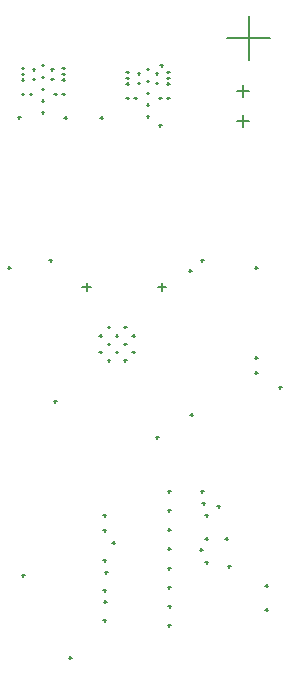
<source format=gbr>
G04*
G04 #@! TF.GenerationSoftware,Altium Limited,Altium Designer,24.9.1 (31)*
G04*
G04 Layer_Color=128*
%FSLAX25Y25*%
%MOIN*%
G70*
G04*
G04 #@! TF.SameCoordinates,0464F855-7F2B-49EB-A455-A8C15B23BB70*
G04*
G04*
G04 #@! TF.FilePolarity,Positive*
G04*
G01*
G75*
%ADD13C,0.00500*%
D13*
X156843Y286618D02*
X157630D01*
X157236Y286224D02*
Y287012D01*
X154169Y286618D02*
X154957D01*
X154563Y286224D02*
Y287012D01*
X150035Y280398D02*
X150823D01*
X150429Y280004D02*
Y280791D01*
X150035Y284335D02*
X150823D01*
X150429Y283941D02*
Y284728D01*
X150035Y288272D02*
X150823D01*
X150429Y287878D02*
Y288665D01*
X150035Y292209D02*
X150823D01*
X150429Y291815D02*
Y292602D01*
X150035Y296146D02*
X150823D01*
X150429Y295752D02*
Y296539D01*
X156846Y291342D02*
X157634D01*
X157240Y290949D02*
Y291736D01*
X156846Y293311D02*
X157634D01*
X157240Y292917D02*
Y293705D01*
X156846Y295280D02*
X157634D01*
X157240Y294886D02*
Y295673D01*
X153106Y291500D02*
X153894D01*
X153500Y291106D02*
Y291894D01*
X153106Y294728D02*
X153894D01*
X153500Y294335D02*
Y295122D01*
X143228Y286618D02*
X144016D01*
X143622Y286224D02*
Y287012D01*
X145902Y286618D02*
X146689D01*
X146295Y286224D02*
Y287012D01*
X143224Y291342D02*
X144012D01*
X143618Y290949D02*
Y291736D01*
X143224Y293311D02*
X144012D01*
X143618Y292917D02*
Y293705D01*
X143224Y295280D02*
X144012D01*
X143618Y294886D02*
Y295673D01*
X146965Y291500D02*
X147752D01*
X147358Y291106D02*
Y291894D01*
X146965Y294728D02*
X147752D01*
X147358Y294335D02*
Y295122D01*
X121913Y287941D02*
X122701D01*
X122307Y287547D02*
Y288335D01*
X119240Y287941D02*
X120028D01*
X119634Y287547D02*
Y288335D01*
X115106Y281720D02*
X115894D01*
X115500Y281327D02*
Y282114D01*
X115106Y285658D02*
X115894D01*
X115500Y285264D02*
Y286051D01*
X115106Y289595D02*
X115894D01*
X115500Y289201D02*
Y289988D01*
X115106Y293531D02*
X115894D01*
X115500Y293138D02*
Y293925D01*
X115106Y297468D02*
X115894D01*
X115500Y297075D02*
Y297862D01*
X121917Y292665D02*
X122705D01*
X122311Y292272D02*
Y293059D01*
X121917Y294634D02*
X122705D01*
X122311Y294240D02*
Y295028D01*
X121917Y296602D02*
X122705D01*
X122311Y296209D02*
Y296996D01*
X118177Y292823D02*
X118965D01*
X118571Y292429D02*
Y293216D01*
X118177Y296051D02*
X118965D01*
X118571Y295657D02*
Y296445D01*
X108299Y287941D02*
X109087D01*
X108693Y287547D02*
Y288335D01*
X110972Y287941D02*
X111760D01*
X111366Y287547D02*
Y288335D01*
X108295Y292665D02*
X109083D01*
X108689Y292272D02*
Y293059D01*
X108295Y294634D02*
X109083D01*
X108689Y294240D02*
Y295028D01*
X108295Y296602D02*
X109083D01*
X108689Y296209D02*
Y296996D01*
X112035Y292823D02*
X112823D01*
X112429Y292429D02*
Y293216D01*
X112035Y296051D02*
X112823D01*
X112429Y295657D02*
Y296445D01*
X142508Y199094D02*
X143295D01*
X142902Y198701D02*
Y199488D01*
X136996Y199094D02*
X137784D01*
X137390Y198701D02*
Y199488D01*
X145264Y201850D02*
X146051D01*
X145657Y201457D02*
Y202244D01*
X139752Y201850D02*
X140539D01*
X140146Y201457D02*
Y202244D01*
X134240Y201850D02*
X135028D01*
X134634Y201457D02*
Y202244D01*
X142508Y204606D02*
X143295D01*
X142902Y204213D02*
Y205000D01*
X136996Y204606D02*
X137784D01*
X137390Y204213D02*
Y205000D01*
X145264Y207362D02*
X146051D01*
X145657Y206968D02*
Y207756D01*
X139752Y207362D02*
X140539D01*
X140146Y206968D02*
Y207756D01*
X134240Y207362D02*
X135028D01*
X134634Y206968D02*
Y207756D01*
X142508Y210118D02*
X143295D01*
X142902Y209724D02*
Y210512D01*
X136996Y210118D02*
X137784D01*
X137390Y209724D02*
Y210512D01*
X179992Y279000D02*
X184008D01*
X182000Y276992D02*
Y281008D01*
X179992Y289000D02*
X184008D01*
X182000Y286992D02*
Y291008D01*
X103658Y229913D02*
X104658D01*
X104158Y229413D02*
Y230413D01*
X173500Y150500D02*
X174500D01*
X174000Y150000D02*
Y151000D01*
X176272Y139622D02*
X177272D01*
X176772Y139122D02*
Y140122D01*
X169500Y139622D02*
X170500D01*
X170000Y139122D02*
Y140122D01*
X169500Y147496D02*
X170500D01*
X170000Y146996D02*
Y147996D01*
X177000Y130500D02*
X178000D01*
X177500Y130000D02*
Y131000D01*
X169500Y131748D02*
X170500D01*
X170000Y131248D02*
Y132248D01*
X167740Y136000D02*
X168740D01*
X168240Y135500D02*
Y136500D01*
X189493Y123937D02*
X190493D01*
X189993Y123437D02*
Y124437D01*
X154500Y297500D02*
X155500D01*
X155000Y297000D02*
Y298000D01*
X154000Y277500D02*
X155000D01*
X154500Y277000D02*
Y278000D01*
X157000Y110750D02*
X158000D01*
X157500Y110250D02*
Y111250D01*
X157260Y117168D02*
X158260D01*
X157760Y116668D02*
Y117668D01*
X157000Y123417D02*
X158000D01*
X157500Y122917D02*
Y123917D01*
X108400Y127500D02*
X109400D01*
X108900Y127000D02*
Y128000D01*
X134500Y280000D02*
X135500D01*
X135000Y279500D02*
Y280500D01*
X107100Y280071D02*
X108100D01*
X107600Y279571D02*
Y280571D01*
X122500Y280000D02*
X123500D01*
X123000Y279500D02*
Y280500D01*
X117500Y232500D02*
X118500D01*
X118000Y232000D02*
Y233000D01*
X153691Y223500D02*
X156491D01*
X155091Y222100D02*
Y224900D01*
X186000Y200000D02*
X187000D01*
X186500Y199500D02*
Y200500D01*
X128600Y223500D02*
X131400D01*
X130000Y222100D02*
Y224900D01*
X135655Y118558D02*
X136655D01*
X136155Y118058D02*
Y119058D01*
X135982Y128453D02*
X136982D01*
X136482Y127953D02*
Y128953D01*
X119000Y185500D02*
X120000D01*
X119500Y185000D02*
Y186000D01*
X124000Y100000D02*
X125000D01*
X124500Y99500D02*
Y100500D01*
X153000Y173500D02*
X154000D01*
X153500Y173000D02*
Y174000D01*
X157000Y155500D02*
X158000D01*
X157500Y155000D02*
Y156000D01*
X157000Y136250D02*
X158000D01*
X157500Y135750D02*
Y136750D01*
X157000Y142667D02*
X158000D01*
X157500Y142167D02*
Y143167D01*
X168000Y155500D02*
X169000D01*
X168500Y155000D02*
Y156000D01*
X164500Y181000D02*
X165500D01*
X165000Y180500D02*
Y181500D01*
X135500Y132500D02*
X136500D01*
X136000Y132000D02*
Y133000D01*
X138500Y138226D02*
X139500D01*
X139000Y137726D02*
Y138726D01*
X164000Y229000D02*
X165000D01*
X164500Y228500D02*
Y229500D01*
X189493Y116000D02*
X190493D01*
X189993Y115500D02*
Y116500D01*
X157000Y129833D02*
X158000D01*
X157500Y129333D02*
Y130333D01*
X168000Y232500D02*
X169000D01*
X168500Y232000D02*
Y233000D01*
X186000Y230000D02*
X187000D01*
X186500Y229500D02*
Y230500D01*
X194000Y190194D02*
X195000D01*
X194500Y189694D02*
Y190694D01*
X186000Y195000D02*
X187000D01*
X186500Y194500D02*
Y195500D01*
X168601Y151500D02*
X169601D01*
X169101Y151000D02*
Y152000D01*
X157000Y149083D02*
X158000D01*
X157500Y148583D02*
Y149583D01*
X135500Y112500D02*
X136500D01*
X136000Y112000D02*
Y113000D01*
X135500Y122500D02*
X136500D01*
X136000Y122000D02*
Y123000D01*
X135500Y142500D02*
X136500D01*
X136000Y142000D02*
Y143000D01*
X135500Y147500D02*
X136500D01*
X136000Y147000D02*
Y148000D01*
X176750Y306500D02*
X191250D01*
X184000Y299250D02*
Y313750D01*
M02*

</source>
